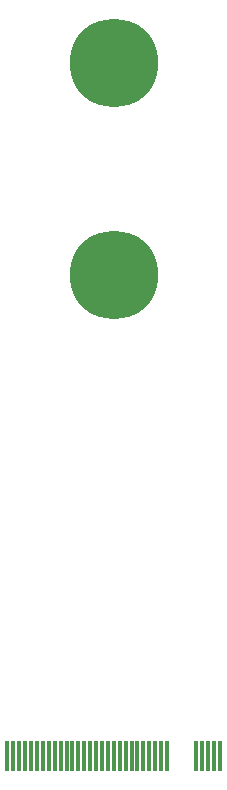
<source format=gbl>
G75*
%MOIN*%
%OFA0B0*%
%FSLAX25Y25*%
%IPPOS*%
%LPD*%
%AMOC8*
5,1,8,0,0,1.08239X$1,22.5*
%
%ADD10R,0.01378X0.09843*%
%ADD11C,0.29528*%
D10*
X0009348Y0006321D03*
X0011316Y0006321D03*
X0013285Y0006321D03*
X0015253Y0006321D03*
X0017222Y0006321D03*
X0019190Y0006321D03*
X0021159Y0006321D03*
X0023127Y0006321D03*
X0025096Y0006321D03*
X0027064Y0006321D03*
X0029033Y0006321D03*
X0031001Y0006321D03*
X0032970Y0006321D03*
X0034938Y0006321D03*
X0036907Y0006321D03*
X0038875Y0006321D03*
X0040844Y0006321D03*
X0042812Y0006321D03*
X0044781Y0006321D03*
X0046749Y0006321D03*
X0048718Y0006321D03*
X0050686Y0006321D03*
X0052655Y0006321D03*
X0054623Y0006321D03*
X0056592Y0006321D03*
X0058560Y0006321D03*
X0060529Y0006321D03*
X0062497Y0006321D03*
X0072340Y0006321D03*
X0074308Y0006321D03*
X0076277Y0006321D03*
X0078245Y0006321D03*
X0080214Y0006321D03*
D11*
X0044781Y0166754D03*
X0044781Y0237620D03*
M02*

</source>
